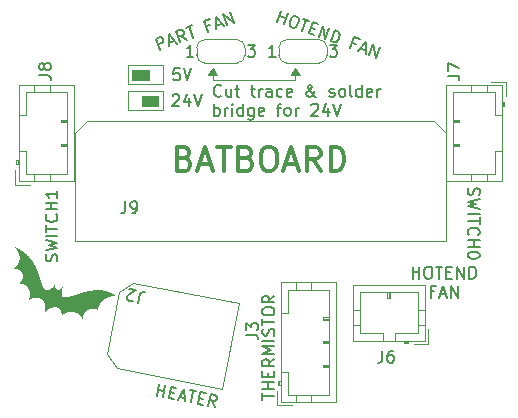
<source format=gto>
%TF.GenerationSoftware,KiCad,Pcbnew,(6.0.1)*%
%TF.CreationDate,2022-01-25T15:54:23+01:00*%
%TF.ProjectId,v0_miniAB_batboard,76305f6d-696e-4694-9142-5f626174626f,rev?*%
%TF.SameCoordinates,Original*%
%TF.FileFunction,Legend,Top*%
%TF.FilePolarity,Positive*%
%FSLAX46Y46*%
G04 Gerber Fmt 4.6, Leading zero omitted, Abs format (unit mm)*
G04 Created by KiCad (PCBNEW (6.0.1)) date 2022-01-25 15:54:23*
%MOMM*%
%LPD*%
G01*
G04 APERTURE LIST*
%ADD10C,0.120000*%
%ADD11C,0.100000*%
%ADD12C,0.150000*%
%ADD13C,0.300000*%
G04 APERTURE END LIST*
D10*
X95800000Y-88000000D02*
X95800000Y-88400000D01*
X91600000Y-87200000D02*
X88600000Y-87200000D01*
D11*
X91200000Y-90600000D02*
X89800000Y-90600000D01*
X89800000Y-90600000D02*
X89800000Y-89800000D01*
X89800000Y-89800000D02*
X91200000Y-89800000D01*
X91200000Y-89800000D02*
X91200000Y-90600000D01*
G36*
X91200000Y-90600000D02*
G01*
X89800000Y-90600000D01*
X89800000Y-89800000D01*
X91200000Y-89800000D01*
X91200000Y-90600000D01*
G37*
X91200000Y-90600000D02*
X89800000Y-90600000D01*
X89800000Y-89800000D01*
X91200000Y-89800000D01*
X91200000Y-90600000D01*
D10*
X91600000Y-89400000D02*
X88600000Y-89400000D01*
X88600000Y-91000000D02*
X91600000Y-91000000D01*
X88600000Y-89400000D02*
X88600000Y-91000000D01*
X91600000Y-91000000D02*
X91600000Y-89400000D01*
D11*
X96200000Y-88000000D02*
X95400000Y-88000000D01*
X95400000Y-88000000D02*
X95800000Y-87400000D01*
X95800000Y-87400000D02*
X96200000Y-88000000D01*
G36*
X96200000Y-88000000D02*
G01*
X95400000Y-88000000D01*
X95800000Y-87400000D01*
X96200000Y-88000000D01*
G37*
X96200000Y-88000000D02*
X95400000Y-88000000D01*
X95800000Y-87400000D01*
X96200000Y-88000000D01*
D10*
X102800000Y-88000000D02*
X102800000Y-88400000D01*
X88600000Y-88800000D02*
X91600000Y-88800000D01*
X91600000Y-88800000D02*
X91600000Y-87200000D01*
X88600000Y-87200000D02*
X88600000Y-88800000D01*
X102800000Y-88400000D02*
X95800000Y-88400000D01*
D11*
X90400000Y-88400000D02*
X89000000Y-88400000D01*
X89000000Y-88400000D02*
X89000000Y-87600000D01*
X89000000Y-87600000D02*
X90400000Y-87600000D01*
X90400000Y-87600000D02*
X90400000Y-88400000D01*
G36*
X90400000Y-88400000D02*
G01*
X89000000Y-88400000D01*
X89000000Y-87600000D01*
X90400000Y-87600000D01*
X90400000Y-88400000D01*
G37*
X90400000Y-88400000D02*
X89000000Y-88400000D01*
X89000000Y-87600000D01*
X90400000Y-87600000D01*
X90400000Y-88400000D01*
D10*
X95800000Y-88400000D02*
X95800000Y-88000000D01*
D11*
X103200000Y-88000000D02*
X102400000Y-88000000D01*
X102400000Y-88000000D02*
X102800000Y-87400000D01*
X102800000Y-87400000D02*
X103200000Y-88000000D01*
G36*
X103200000Y-88000000D02*
G01*
X102400000Y-88000000D01*
X102800000Y-87400000D01*
X103200000Y-88000000D01*
G37*
X103200000Y-88000000D02*
X102400000Y-88000000D01*
X102800000Y-87400000D01*
X103200000Y-88000000D01*
D12*
X92409523Y-89747619D02*
X92457142Y-89700000D01*
X92552380Y-89652380D01*
X92790476Y-89652380D01*
X92885714Y-89700000D01*
X92933333Y-89747619D01*
X92980952Y-89842857D01*
X92980952Y-89938095D01*
X92933333Y-90080952D01*
X92361904Y-90652380D01*
X92980952Y-90652380D01*
X93838095Y-89985714D02*
X93838095Y-90652380D01*
X93600000Y-89604761D02*
X93361904Y-90319047D01*
X93980952Y-90319047D01*
X94219047Y-89652380D02*
X94552380Y-90652380D01*
X94885714Y-89652380D01*
X112733333Y-105247380D02*
X112733333Y-104247380D01*
X112733333Y-104723571D02*
X113304761Y-104723571D01*
X113304761Y-105247380D02*
X113304761Y-104247380D01*
X113971428Y-104247380D02*
X114161904Y-104247380D01*
X114257142Y-104295000D01*
X114352380Y-104390238D01*
X114400000Y-104580714D01*
X114400000Y-104914047D01*
X114352380Y-105104523D01*
X114257142Y-105199761D01*
X114161904Y-105247380D01*
X113971428Y-105247380D01*
X113876190Y-105199761D01*
X113780952Y-105104523D01*
X113733333Y-104914047D01*
X113733333Y-104580714D01*
X113780952Y-104390238D01*
X113876190Y-104295000D01*
X113971428Y-104247380D01*
X114685714Y-104247380D02*
X115257142Y-104247380D01*
X114971428Y-105247380D02*
X114971428Y-104247380D01*
X115590476Y-104723571D02*
X115923809Y-104723571D01*
X116066666Y-105247380D02*
X115590476Y-105247380D01*
X115590476Y-104247380D01*
X116066666Y-104247380D01*
X116495238Y-105247380D02*
X116495238Y-104247380D01*
X117066666Y-105247380D01*
X117066666Y-104247380D01*
X117542857Y-105247380D02*
X117542857Y-104247380D01*
X117780952Y-104247380D01*
X117923809Y-104295000D01*
X118019047Y-104390238D01*
X118066666Y-104485476D01*
X118114285Y-104675952D01*
X118114285Y-104818809D01*
X118066666Y-105009285D01*
X118019047Y-105104523D01*
X117923809Y-105199761D01*
X117780952Y-105247380D01*
X117542857Y-105247380D01*
X114590476Y-106333571D02*
X114257142Y-106333571D01*
X114257142Y-106857380D02*
X114257142Y-105857380D01*
X114733333Y-105857380D01*
X115066666Y-106571666D02*
X115542857Y-106571666D01*
X114971428Y-106857380D02*
X115304761Y-105857380D01*
X115638095Y-106857380D01*
X115971428Y-106857380D02*
X115971428Y-105857380D01*
X116542857Y-106857380D01*
X116542857Y-105857380D01*
X91059613Y-115167046D02*
X91250422Y-114185419D01*
X91159561Y-114652861D02*
X91720491Y-114761894D01*
X91620543Y-115276080D02*
X91811352Y-114294453D01*
X92187932Y-114852756D02*
X92515141Y-114916359D01*
X92555426Y-115457803D02*
X92087985Y-115366942D01*
X92278794Y-114385314D01*
X92746235Y-114476176D01*
X92983896Y-115250027D02*
X93451338Y-115340889D01*
X92835891Y-115512320D02*
X93353909Y-114594296D01*
X93490309Y-115639526D01*
X93868095Y-114694243D02*
X94429024Y-114803277D01*
X93957751Y-115730387D02*
X94148560Y-114748760D01*
X94665372Y-115334321D02*
X94992581Y-115397924D01*
X95032866Y-115939369D02*
X94565425Y-115848507D01*
X94756234Y-114866880D01*
X95223675Y-114957741D01*
X96014493Y-116130178D02*
X95778146Y-115599133D01*
X95453563Y-116021144D02*
X95644372Y-115039517D01*
X96018326Y-115112206D01*
X96102728Y-115177122D01*
X96140386Y-115232953D01*
X96168958Y-115335527D01*
X96141699Y-115475759D01*
X96076783Y-115560162D01*
X96020953Y-115597820D01*
X95918378Y-115626391D01*
X95544425Y-115553702D01*
X100022380Y-115502380D02*
X100022380Y-114930952D01*
X101022380Y-115216666D02*
X100022380Y-115216666D01*
X101022380Y-114597619D02*
X100022380Y-114597619D01*
X100498571Y-114597619D02*
X100498571Y-114026190D01*
X101022380Y-114026190D02*
X100022380Y-114026190D01*
X100498571Y-113550000D02*
X100498571Y-113216666D01*
X101022380Y-113073809D02*
X101022380Y-113550000D01*
X100022380Y-113550000D01*
X100022380Y-113073809D01*
X101022380Y-112073809D02*
X100546190Y-112407142D01*
X101022380Y-112645238D02*
X100022380Y-112645238D01*
X100022380Y-112264285D01*
X100070000Y-112169047D01*
X100117619Y-112121428D01*
X100212857Y-112073809D01*
X100355714Y-112073809D01*
X100450952Y-112121428D01*
X100498571Y-112169047D01*
X100546190Y-112264285D01*
X100546190Y-112645238D01*
X101022380Y-111645238D02*
X100022380Y-111645238D01*
X100736666Y-111311904D01*
X100022380Y-110978571D01*
X101022380Y-110978571D01*
X101022380Y-110502380D02*
X100022380Y-110502380D01*
X100974761Y-110073809D02*
X101022380Y-109930952D01*
X101022380Y-109692857D01*
X100974761Y-109597619D01*
X100927142Y-109550000D01*
X100831904Y-109502380D01*
X100736666Y-109502380D01*
X100641428Y-109550000D01*
X100593809Y-109597619D01*
X100546190Y-109692857D01*
X100498571Y-109883333D01*
X100450952Y-109978571D01*
X100403333Y-110026190D01*
X100308095Y-110073809D01*
X100212857Y-110073809D01*
X100117619Y-110026190D01*
X100070000Y-109978571D01*
X100022380Y-109883333D01*
X100022380Y-109645238D01*
X100070000Y-109502380D01*
X100022380Y-109216666D02*
X100022380Y-108645238D01*
X101022380Y-108930952D02*
X100022380Y-108930952D01*
X100022380Y-108121428D02*
X100022380Y-107930952D01*
X100070000Y-107835714D01*
X100165238Y-107740476D01*
X100355714Y-107692857D01*
X100689047Y-107692857D01*
X100879523Y-107740476D01*
X100974761Y-107835714D01*
X101022380Y-107930952D01*
X101022380Y-108121428D01*
X100974761Y-108216666D01*
X100879523Y-108311904D01*
X100689047Y-108359523D01*
X100355714Y-108359523D01*
X100165238Y-108311904D01*
X100070000Y-108216666D01*
X100022380Y-108121428D01*
X101022380Y-106692857D02*
X100546190Y-107026190D01*
X101022380Y-107264285D02*
X100022380Y-107264285D01*
X100022380Y-106883333D01*
X100070000Y-106788095D01*
X100117619Y-106740476D01*
X100212857Y-106692857D01*
X100355714Y-106692857D01*
X100450952Y-106740476D01*
X100498571Y-106788095D01*
X100546190Y-106883333D01*
X100546190Y-107264285D01*
X101283780Y-83510438D02*
X101625800Y-82570745D01*
X101462934Y-83018218D02*
X101999901Y-83213658D01*
X101820747Y-83705878D02*
X102162768Y-82766185D01*
X102789229Y-82994199D02*
X102968218Y-83059345D01*
X103041426Y-83136666D01*
X103098347Y-83258734D01*
X103077948Y-83454010D01*
X102963941Y-83767241D01*
X102854047Y-83929943D01*
X102731979Y-83986864D01*
X102626198Y-83999038D01*
X102447209Y-83933891D01*
X102374001Y-83856571D01*
X102317080Y-83734503D01*
X102337480Y-83539227D01*
X102451486Y-83225996D01*
X102561380Y-83063294D01*
X102683448Y-83006373D01*
X102789229Y-82994199D01*
X103460438Y-83238499D02*
X103997406Y-83433939D01*
X103386902Y-84275912D02*
X103728922Y-83336219D01*
X104147770Y-83995418D02*
X104461001Y-84109425D01*
X104416089Y-84650505D02*
X103968616Y-84487638D01*
X104310636Y-83547946D01*
X104758109Y-83710812D01*
X104818814Y-84797085D02*
X105160834Y-83857392D01*
X105355782Y-84992525D01*
X105697802Y-84052833D01*
X105803254Y-85155392D02*
X106145274Y-84215699D01*
X106369011Y-84297133D01*
X106486966Y-84390740D01*
X106543887Y-84512808D01*
X106556061Y-84618589D01*
X106535662Y-84813865D01*
X106486802Y-84948107D01*
X106376908Y-85110809D01*
X106299587Y-85184017D01*
X106177519Y-85240938D01*
X106026991Y-85236825D01*
X105803254Y-85155392D01*
X107951287Y-85379786D02*
X107638057Y-85265779D01*
X107458903Y-85757999D02*
X107800923Y-84818306D01*
X108248396Y-84981173D01*
X108317327Y-85766389D02*
X108764799Y-85929255D01*
X108130112Y-86002299D02*
X108785363Y-85176613D01*
X108756574Y-86230312D01*
X109069805Y-86344319D02*
X109411825Y-85404626D01*
X109606772Y-86539759D01*
X109948792Y-85600067D01*
X96507023Y-89752142D02*
X96459404Y-89799761D01*
X96316547Y-89847380D01*
X96221309Y-89847380D01*
X96078452Y-89799761D01*
X95983214Y-89704523D01*
X95935595Y-89609285D01*
X95887976Y-89418809D01*
X95887976Y-89275952D01*
X95935595Y-89085476D01*
X95983214Y-88990238D01*
X96078452Y-88895000D01*
X96221309Y-88847380D01*
X96316547Y-88847380D01*
X96459404Y-88895000D01*
X96507023Y-88942619D01*
X97364166Y-89180714D02*
X97364166Y-89847380D01*
X96935595Y-89180714D02*
X96935595Y-89704523D01*
X96983214Y-89799761D01*
X97078452Y-89847380D01*
X97221309Y-89847380D01*
X97316547Y-89799761D01*
X97364166Y-89752142D01*
X97697500Y-89180714D02*
X98078452Y-89180714D01*
X97840357Y-88847380D02*
X97840357Y-89704523D01*
X97887976Y-89799761D01*
X97983214Y-89847380D01*
X98078452Y-89847380D01*
X99030833Y-89180714D02*
X99411785Y-89180714D01*
X99173690Y-88847380D02*
X99173690Y-89704523D01*
X99221309Y-89799761D01*
X99316547Y-89847380D01*
X99411785Y-89847380D01*
X99745119Y-89847380D02*
X99745119Y-89180714D01*
X99745119Y-89371190D02*
X99792738Y-89275952D01*
X99840357Y-89228333D01*
X99935595Y-89180714D01*
X100030833Y-89180714D01*
X100792738Y-89847380D02*
X100792738Y-89323571D01*
X100745119Y-89228333D01*
X100649880Y-89180714D01*
X100459404Y-89180714D01*
X100364166Y-89228333D01*
X100792738Y-89799761D02*
X100697500Y-89847380D01*
X100459404Y-89847380D01*
X100364166Y-89799761D01*
X100316547Y-89704523D01*
X100316547Y-89609285D01*
X100364166Y-89514047D01*
X100459404Y-89466428D01*
X100697500Y-89466428D01*
X100792738Y-89418809D01*
X101697500Y-89799761D02*
X101602261Y-89847380D01*
X101411785Y-89847380D01*
X101316547Y-89799761D01*
X101268928Y-89752142D01*
X101221309Y-89656904D01*
X101221309Y-89371190D01*
X101268928Y-89275952D01*
X101316547Y-89228333D01*
X101411785Y-89180714D01*
X101602261Y-89180714D01*
X101697500Y-89228333D01*
X102507023Y-89799761D02*
X102411785Y-89847380D01*
X102221309Y-89847380D01*
X102126071Y-89799761D01*
X102078452Y-89704523D01*
X102078452Y-89323571D01*
X102126071Y-89228333D01*
X102221309Y-89180714D01*
X102411785Y-89180714D01*
X102507023Y-89228333D01*
X102554642Y-89323571D01*
X102554642Y-89418809D01*
X102078452Y-89514047D01*
X104554642Y-89847380D02*
X104507023Y-89847380D01*
X104411785Y-89799761D01*
X104268928Y-89656904D01*
X104030833Y-89371190D01*
X103935595Y-89228333D01*
X103887976Y-89085476D01*
X103887976Y-88990238D01*
X103935595Y-88895000D01*
X104030833Y-88847380D01*
X104078452Y-88847380D01*
X104173690Y-88895000D01*
X104221309Y-88990238D01*
X104221309Y-89037857D01*
X104173690Y-89133095D01*
X104126071Y-89180714D01*
X103840357Y-89371190D01*
X103792738Y-89418809D01*
X103745119Y-89514047D01*
X103745119Y-89656904D01*
X103792738Y-89752142D01*
X103840357Y-89799761D01*
X103935595Y-89847380D01*
X104078452Y-89847380D01*
X104173690Y-89799761D01*
X104221309Y-89752142D01*
X104364166Y-89561666D01*
X104411785Y-89418809D01*
X104411785Y-89323571D01*
X105697500Y-89799761D02*
X105792738Y-89847380D01*
X105983214Y-89847380D01*
X106078452Y-89799761D01*
X106126071Y-89704523D01*
X106126071Y-89656904D01*
X106078452Y-89561666D01*
X105983214Y-89514047D01*
X105840357Y-89514047D01*
X105745119Y-89466428D01*
X105697500Y-89371190D01*
X105697500Y-89323571D01*
X105745119Y-89228333D01*
X105840357Y-89180714D01*
X105983214Y-89180714D01*
X106078452Y-89228333D01*
X106697500Y-89847380D02*
X106602261Y-89799761D01*
X106554642Y-89752142D01*
X106507023Y-89656904D01*
X106507023Y-89371190D01*
X106554642Y-89275952D01*
X106602261Y-89228333D01*
X106697500Y-89180714D01*
X106840357Y-89180714D01*
X106935595Y-89228333D01*
X106983214Y-89275952D01*
X107030833Y-89371190D01*
X107030833Y-89656904D01*
X106983214Y-89752142D01*
X106935595Y-89799761D01*
X106840357Y-89847380D01*
X106697500Y-89847380D01*
X107602261Y-89847380D02*
X107507023Y-89799761D01*
X107459404Y-89704523D01*
X107459404Y-88847380D01*
X108411785Y-89847380D02*
X108411785Y-88847380D01*
X108411785Y-89799761D02*
X108316547Y-89847380D01*
X108126071Y-89847380D01*
X108030833Y-89799761D01*
X107983214Y-89752142D01*
X107935595Y-89656904D01*
X107935595Y-89371190D01*
X107983214Y-89275952D01*
X108030833Y-89228333D01*
X108126071Y-89180714D01*
X108316547Y-89180714D01*
X108411785Y-89228333D01*
X109268928Y-89799761D02*
X109173690Y-89847380D01*
X108983214Y-89847380D01*
X108887976Y-89799761D01*
X108840357Y-89704523D01*
X108840357Y-89323571D01*
X108887976Y-89228333D01*
X108983214Y-89180714D01*
X109173690Y-89180714D01*
X109268928Y-89228333D01*
X109316547Y-89323571D01*
X109316547Y-89418809D01*
X108840357Y-89514047D01*
X109745119Y-89847380D02*
X109745119Y-89180714D01*
X109745119Y-89371190D02*
X109792738Y-89275952D01*
X109840357Y-89228333D01*
X109935595Y-89180714D01*
X110030833Y-89180714D01*
X95935595Y-91457380D02*
X95935595Y-90457380D01*
X95935595Y-90838333D02*
X96030833Y-90790714D01*
X96221309Y-90790714D01*
X96316547Y-90838333D01*
X96364166Y-90885952D01*
X96411785Y-90981190D01*
X96411785Y-91266904D01*
X96364166Y-91362142D01*
X96316547Y-91409761D01*
X96221309Y-91457380D01*
X96030833Y-91457380D01*
X95935595Y-91409761D01*
X96840357Y-91457380D02*
X96840357Y-90790714D01*
X96840357Y-90981190D02*
X96887976Y-90885952D01*
X96935595Y-90838333D01*
X97030833Y-90790714D01*
X97126071Y-90790714D01*
X97459404Y-91457380D02*
X97459404Y-90790714D01*
X97459404Y-90457380D02*
X97411785Y-90505000D01*
X97459404Y-90552619D01*
X97507023Y-90505000D01*
X97459404Y-90457380D01*
X97459404Y-90552619D01*
X98364166Y-91457380D02*
X98364166Y-90457380D01*
X98364166Y-91409761D02*
X98268928Y-91457380D01*
X98078452Y-91457380D01*
X97983214Y-91409761D01*
X97935595Y-91362142D01*
X97887976Y-91266904D01*
X97887976Y-90981190D01*
X97935595Y-90885952D01*
X97983214Y-90838333D01*
X98078452Y-90790714D01*
X98268928Y-90790714D01*
X98364166Y-90838333D01*
X99268928Y-90790714D02*
X99268928Y-91600238D01*
X99221309Y-91695476D01*
X99173690Y-91743095D01*
X99078452Y-91790714D01*
X98935595Y-91790714D01*
X98840357Y-91743095D01*
X99268928Y-91409761D02*
X99173690Y-91457380D01*
X98983214Y-91457380D01*
X98887976Y-91409761D01*
X98840357Y-91362142D01*
X98792738Y-91266904D01*
X98792738Y-90981190D01*
X98840357Y-90885952D01*
X98887976Y-90838333D01*
X98983214Y-90790714D01*
X99173690Y-90790714D01*
X99268928Y-90838333D01*
X100126071Y-91409761D02*
X100030833Y-91457380D01*
X99840357Y-91457380D01*
X99745119Y-91409761D01*
X99697500Y-91314523D01*
X99697500Y-90933571D01*
X99745119Y-90838333D01*
X99840357Y-90790714D01*
X100030833Y-90790714D01*
X100126071Y-90838333D01*
X100173690Y-90933571D01*
X100173690Y-91028809D01*
X99697500Y-91124047D01*
X101221309Y-90790714D02*
X101602261Y-90790714D01*
X101364166Y-91457380D02*
X101364166Y-90600238D01*
X101411785Y-90505000D01*
X101507023Y-90457380D01*
X101602261Y-90457380D01*
X102078452Y-91457380D02*
X101983214Y-91409761D01*
X101935595Y-91362142D01*
X101887976Y-91266904D01*
X101887976Y-90981190D01*
X101935595Y-90885952D01*
X101983214Y-90838333D01*
X102078452Y-90790714D01*
X102221309Y-90790714D01*
X102316547Y-90838333D01*
X102364166Y-90885952D01*
X102411785Y-90981190D01*
X102411785Y-91266904D01*
X102364166Y-91362142D01*
X102316547Y-91409761D01*
X102221309Y-91457380D01*
X102078452Y-91457380D01*
X102840357Y-91457380D02*
X102840357Y-90790714D01*
X102840357Y-90981190D02*
X102887976Y-90885952D01*
X102935595Y-90838333D01*
X103030833Y-90790714D01*
X103126071Y-90790714D01*
X104173690Y-90552619D02*
X104221309Y-90505000D01*
X104316547Y-90457380D01*
X104554642Y-90457380D01*
X104649880Y-90505000D01*
X104697500Y-90552619D01*
X104745119Y-90647857D01*
X104745119Y-90743095D01*
X104697500Y-90885952D01*
X104126071Y-91457380D01*
X104745119Y-91457380D01*
X105602261Y-90790714D02*
X105602261Y-91457380D01*
X105364166Y-90409761D02*
X105126071Y-91124047D01*
X105745119Y-91124047D01*
X105983214Y-90457380D02*
X106316547Y-91457380D01*
X106649880Y-90457380D01*
D13*
X93419047Y-95057142D02*
X93704761Y-95152380D01*
X93800000Y-95247619D01*
X93895238Y-95438095D01*
X93895238Y-95723809D01*
X93800000Y-95914285D01*
X93704761Y-96009523D01*
X93514285Y-96104761D01*
X92752380Y-96104761D01*
X92752380Y-94104761D01*
X93419047Y-94104761D01*
X93609523Y-94200000D01*
X93704761Y-94295238D01*
X93800000Y-94485714D01*
X93800000Y-94676190D01*
X93704761Y-94866666D01*
X93609523Y-94961904D01*
X93419047Y-95057142D01*
X92752380Y-95057142D01*
X94657142Y-95533333D02*
X95609523Y-95533333D01*
X94466666Y-96104761D02*
X95133333Y-94104761D01*
X95800000Y-96104761D01*
X96180952Y-94104761D02*
X97323809Y-94104761D01*
X96752380Y-96104761D02*
X96752380Y-94104761D01*
X98657142Y-95057142D02*
X98942857Y-95152380D01*
X99038095Y-95247619D01*
X99133333Y-95438095D01*
X99133333Y-95723809D01*
X99038095Y-95914285D01*
X98942857Y-96009523D01*
X98752380Y-96104761D01*
X97990476Y-96104761D01*
X97990476Y-94104761D01*
X98657142Y-94104761D01*
X98847619Y-94200000D01*
X98942857Y-94295238D01*
X99038095Y-94485714D01*
X99038095Y-94676190D01*
X98942857Y-94866666D01*
X98847619Y-94961904D01*
X98657142Y-95057142D01*
X97990476Y-95057142D01*
X100371428Y-94104761D02*
X100752380Y-94104761D01*
X100942857Y-94200000D01*
X101133333Y-94390476D01*
X101228571Y-94771428D01*
X101228571Y-95438095D01*
X101133333Y-95819047D01*
X100942857Y-96009523D01*
X100752380Y-96104761D01*
X100371428Y-96104761D01*
X100180952Y-96009523D01*
X99990476Y-95819047D01*
X99895238Y-95438095D01*
X99895238Y-94771428D01*
X99990476Y-94390476D01*
X100180952Y-94200000D01*
X100371428Y-94104761D01*
X101990476Y-95533333D02*
X102942857Y-95533333D01*
X101800000Y-96104761D02*
X102466666Y-94104761D01*
X103133333Y-96104761D01*
X104942857Y-96104761D02*
X104276190Y-95152380D01*
X103800000Y-96104761D02*
X103800000Y-94104761D01*
X104561904Y-94104761D01*
X104752380Y-94200000D01*
X104847619Y-94295238D01*
X104942857Y-94485714D01*
X104942857Y-94771428D01*
X104847619Y-94961904D01*
X104752380Y-95057142D01*
X104561904Y-95152380D01*
X103800000Y-95152380D01*
X105800000Y-96104761D02*
X105800000Y-94104761D01*
X106276190Y-94104761D01*
X106561904Y-94200000D01*
X106752380Y-94390476D01*
X106847619Y-94580952D01*
X106942857Y-94961904D01*
X106942857Y-95247619D01*
X106847619Y-95628571D01*
X106752380Y-95819047D01*
X106561904Y-96009523D01*
X106276190Y-96104761D01*
X105800000Y-96104761D01*
D12*
X93009523Y-87452380D02*
X92533333Y-87452380D01*
X92485714Y-87928571D01*
X92533333Y-87880952D01*
X92628571Y-87833333D01*
X92866666Y-87833333D01*
X92961904Y-87880952D01*
X93009523Y-87928571D01*
X93057142Y-88023809D01*
X93057142Y-88261904D01*
X93009523Y-88357142D01*
X92961904Y-88404761D01*
X92866666Y-88452380D01*
X92628571Y-88452380D01*
X92533333Y-88404761D01*
X92485714Y-88357142D01*
X93342857Y-87452380D02*
X93676190Y-88452380D01*
X94009523Y-87452380D01*
X91322414Y-85865166D02*
X90980394Y-84925473D01*
X91338372Y-84795180D01*
X91444153Y-84807354D01*
X91505187Y-84835814D01*
X91582508Y-84909022D01*
X91631368Y-85043264D01*
X91619194Y-85149045D01*
X91590733Y-85210079D01*
X91517526Y-85287400D01*
X91159547Y-85417693D01*
X92119639Y-85270949D02*
X92567112Y-85108082D01*
X92127865Y-85572006D02*
X92099076Y-84518306D01*
X92754327Y-85343992D01*
X93604525Y-85034545D02*
X93128427Y-84701079D01*
X93067558Y-85229985D02*
X92725537Y-84290293D01*
X93083516Y-84159999D01*
X93189297Y-84172173D01*
X93250331Y-84200634D01*
X93327651Y-84273842D01*
X93376511Y-84408084D01*
X93364337Y-84513865D01*
X93335877Y-84574899D01*
X93262669Y-84652219D01*
X92904691Y-84782513D01*
X93530988Y-83997133D02*
X94067955Y-83801693D01*
X94141492Y-84839105D02*
X93799472Y-83899413D01*
X95573240Y-83760565D02*
X95260009Y-83874572D01*
X95439163Y-84366792D02*
X95097143Y-83427099D01*
X95544615Y-83264232D01*
X96102146Y-83821435D02*
X96549619Y-83658568D01*
X96110372Y-84122492D02*
X96081583Y-83068792D01*
X96736834Y-83894478D01*
X97050064Y-83780471D02*
X96708044Y-82840779D01*
X97587032Y-83585031D01*
X97245011Y-82645339D01*
X82614761Y-103766190D02*
X82662380Y-103623333D01*
X82662380Y-103385238D01*
X82614761Y-103290000D01*
X82567142Y-103242380D01*
X82471904Y-103194761D01*
X82376666Y-103194761D01*
X82281428Y-103242380D01*
X82233809Y-103290000D01*
X82186190Y-103385238D01*
X82138571Y-103575714D01*
X82090952Y-103670952D01*
X82043333Y-103718571D01*
X81948095Y-103766190D01*
X81852857Y-103766190D01*
X81757619Y-103718571D01*
X81710000Y-103670952D01*
X81662380Y-103575714D01*
X81662380Y-103337619D01*
X81710000Y-103194761D01*
X81662380Y-102861428D02*
X82662380Y-102623333D01*
X81948095Y-102432857D01*
X82662380Y-102242380D01*
X81662380Y-102004285D01*
X82662380Y-101623333D02*
X81662380Y-101623333D01*
X81662380Y-101290000D02*
X81662380Y-100718571D01*
X82662380Y-101004285D02*
X81662380Y-101004285D01*
X82567142Y-99813809D02*
X82614761Y-99861428D01*
X82662380Y-100004285D01*
X82662380Y-100099523D01*
X82614761Y-100242380D01*
X82519523Y-100337619D01*
X82424285Y-100385238D01*
X82233809Y-100432857D01*
X82090952Y-100432857D01*
X81900476Y-100385238D01*
X81805238Y-100337619D01*
X81710000Y-100242380D01*
X81662380Y-100099523D01*
X81662380Y-100004285D01*
X81710000Y-99861428D01*
X81757619Y-99813809D01*
X82662380Y-99385238D02*
X81662380Y-99385238D01*
X82138571Y-99385238D02*
X82138571Y-98813809D01*
X82662380Y-98813809D02*
X81662380Y-98813809D01*
X82662380Y-97813809D02*
X82662380Y-98385238D01*
X82662380Y-98099523D02*
X81662380Y-98099523D01*
X81805238Y-98194761D01*
X81900476Y-98290000D01*
X81948095Y-98385238D01*
X117455238Y-97593809D02*
X117407619Y-97736666D01*
X117407619Y-97974761D01*
X117455238Y-98070000D01*
X117502857Y-98117619D01*
X117598095Y-98165238D01*
X117693333Y-98165238D01*
X117788571Y-98117619D01*
X117836190Y-98070000D01*
X117883809Y-97974761D01*
X117931428Y-97784285D01*
X117979047Y-97689047D01*
X118026666Y-97641428D01*
X118121904Y-97593809D01*
X118217142Y-97593809D01*
X118312380Y-97641428D01*
X118360000Y-97689047D01*
X118407619Y-97784285D01*
X118407619Y-98022380D01*
X118360000Y-98165238D01*
X118407619Y-98498571D02*
X117407619Y-98736666D01*
X118121904Y-98927142D01*
X117407619Y-99117619D01*
X118407619Y-99355714D01*
X117407619Y-99736666D02*
X118407619Y-99736666D01*
X118407619Y-100070000D02*
X118407619Y-100641428D01*
X117407619Y-100355714D02*
X118407619Y-100355714D01*
X117502857Y-101546190D02*
X117455238Y-101498571D01*
X117407619Y-101355714D01*
X117407619Y-101260476D01*
X117455238Y-101117619D01*
X117550476Y-101022380D01*
X117645714Y-100974761D01*
X117836190Y-100927142D01*
X117979047Y-100927142D01*
X118169523Y-100974761D01*
X118264761Y-101022380D01*
X118360000Y-101117619D01*
X118407619Y-101260476D01*
X118407619Y-101355714D01*
X118360000Y-101498571D01*
X118312380Y-101546190D01*
X117407619Y-101974761D02*
X118407619Y-101974761D01*
X117931428Y-101974761D02*
X117931428Y-102546190D01*
X117407619Y-102546190D02*
X118407619Y-102546190D01*
X118407619Y-103212857D02*
X118407619Y-103308095D01*
X118360000Y-103403333D01*
X118312380Y-103450952D01*
X118217142Y-103498571D01*
X118026666Y-103546190D01*
X117788571Y-103546190D01*
X117598095Y-103498571D01*
X117502857Y-103450952D01*
X117455238Y-103403333D01*
X117407619Y-103308095D01*
X117407619Y-103212857D01*
X117455238Y-103117619D01*
X117502857Y-103070000D01*
X117598095Y-103022380D01*
X117788571Y-102974761D01*
X118026666Y-102974761D01*
X118217142Y-103022380D01*
X118312380Y-103070000D01*
X118360000Y-103117619D01*
X118407619Y-103212857D01*
%TO.C,J2*%
X89492381Y-107278545D02*
X89628673Y-106577383D01*
X89702676Y-106446237D01*
X89814336Y-106370921D01*
X89963655Y-106351435D01*
X90057143Y-106369607D01*
X89089856Y-107103282D02*
X89034026Y-107140940D01*
X88931451Y-107169512D01*
X88697730Y-107124081D01*
X88613328Y-107059164D01*
X88575670Y-107003334D01*
X88547098Y-106900760D01*
X88565271Y-106807271D01*
X88639273Y-106676125D01*
X89309237Y-106224229D01*
X88701563Y-106106109D01*
%TO.C,J3*%
X98642380Y-110003333D02*
X99356666Y-110003333D01*
X99499523Y-110050952D01*
X99594761Y-110146190D01*
X99642380Y-110289047D01*
X99642380Y-110384285D01*
X98642380Y-109622380D02*
X98642380Y-109003333D01*
X99023333Y-109336666D01*
X99023333Y-109193809D01*
X99070952Y-109098571D01*
X99118571Y-109050952D01*
X99213809Y-109003333D01*
X99451904Y-109003333D01*
X99547142Y-109050952D01*
X99594761Y-109098571D01*
X99642380Y-109193809D01*
X99642380Y-109479523D01*
X99594761Y-109574761D01*
X99547142Y-109622380D01*
%TO.C,J6*%
X110166666Y-111352380D02*
X110166666Y-112066666D01*
X110119047Y-112209523D01*
X110023809Y-112304761D01*
X109880952Y-112352380D01*
X109785714Y-112352380D01*
X111071428Y-111352380D02*
X110880952Y-111352380D01*
X110785714Y-111400000D01*
X110738095Y-111447619D01*
X110642857Y-111590476D01*
X110595238Y-111780952D01*
X110595238Y-112161904D01*
X110642857Y-112257142D01*
X110690476Y-112304761D01*
X110785714Y-112352380D01*
X110976190Y-112352380D01*
X111071428Y-112304761D01*
X111119047Y-112257142D01*
X111166666Y-112161904D01*
X111166666Y-111923809D01*
X111119047Y-111828571D01*
X111071428Y-111780952D01*
X110976190Y-111733333D01*
X110785714Y-111733333D01*
X110690476Y-111780952D01*
X110642857Y-111828571D01*
X110595238Y-111923809D01*
%TO.C,J7*%
X115702380Y-88058333D02*
X116416666Y-88058333D01*
X116559523Y-88105952D01*
X116654761Y-88201190D01*
X116702380Y-88344047D01*
X116702380Y-88439285D01*
X115702380Y-87677380D02*
X115702380Y-87010714D01*
X116702380Y-87439285D01*
%TO.C,J8*%
X81102380Y-88018333D02*
X81816666Y-88018333D01*
X81959523Y-88065952D01*
X82054761Y-88161190D01*
X82102380Y-88304047D01*
X82102380Y-88399285D01*
X81530952Y-87399285D02*
X81483333Y-87494523D01*
X81435714Y-87542142D01*
X81340476Y-87589761D01*
X81292857Y-87589761D01*
X81197619Y-87542142D01*
X81150000Y-87494523D01*
X81102380Y-87399285D01*
X81102380Y-87208809D01*
X81150000Y-87113571D01*
X81197619Y-87065952D01*
X81292857Y-87018333D01*
X81340476Y-87018333D01*
X81435714Y-87065952D01*
X81483333Y-87113571D01*
X81530952Y-87208809D01*
X81530952Y-87399285D01*
X81578571Y-87494523D01*
X81626190Y-87542142D01*
X81721428Y-87589761D01*
X81911904Y-87589761D01*
X82007142Y-87542142D01*
X82054761Y-87494523D01*
X82102380Y-87399285D01*
X82102380Y-87208809D01*
X82054761Y-87113571D01*
X82007142Y-87065952D01*
X81911904Y-87018333D01*
X81721428Y-87018333D01*
X81626190Y-87065952D01*
X81578571Y-87113571D01*
X81530952Y-87208809D01*
%TO.C,J9*%
X88416666Y-98702380D02*
X88416666Y-99416666D01*
X88369047Y-99559523D01*
X88273809Y-99654761D01*
X88130952Y-99702380D01*
X88035714Y-99702380D01*
X88940476Y-99702380D02*
X89130952Y-99702380D01*
X89226190Y-99654761D01*
X89273809Y-99607142D01*
X89369047Y-99464285D01*
X89416666Y-99273809D01*
X89416666Y-98892857D01*
X89369047Y-98797619D01*
X89321428Y-98750000D01*
X89226190Y-98702380D01*
X89035714Y-98702380D01*
X88940476Y-98750000D01*
X88892857Y-98797619D01*
X88845238Y-98892857D01*
X88845238Y-99130952D01*
X88892857Y-99226190D01*
X88940476Y-99273809D01*
X89035714Y-99321428D01*
X89226190Y-99321428D01*
X89321428Y-99273809D01*
X89369047Y-99226190D01*
X89416666Y-99130952D01*
%TO.C,J10*%
X98766666Y-85452380D02*
X99385714Y-85452380D01*
X99052380Y-85833333D01*
X99195238Y-85833333D01*
X99290476Y-85880952D01*
X99338095Y-85928571D01*
X99385714Y-86023809D01*
X99385714Y-86261904D01*
X99338095Y-86357142D01*
X99290476Y-86404761D01*
X99195238Y-86452380D01*
X98909523Y-86452380D01*
X98814285Y-86404761D01*
X98766666Y-86357142D01*
X94185714Y-86452380D02*
X93614285Y-86452380D01*
X93900000Y-86452380D02*
X93900000Y-85452380D01*
X93804761Y-85595238D01*
X93709523Y-85690476D01*
X93614285Y-85738095D01*
%TO.C,J11*%
X101135714Y-86452380D02*
X100564285Y-86452380D01*
X100850000Y-86452380D02*
X100850000Y-85452380D01*
X100754761Y-85595238D01*
X100659523Y-85690476D01*
X100564285Y-85738095D01*
X105716666Y-85452380D02*
X106335714Y-85452380D01*
X106002380Y-85833333D01*
X106145238Y-85833333D01*
X106240476Y-85880952D01*
X106288095Y-85928571D01*
X106335714Y-86023809D01*
X106335714Y-86261904D01*
X106288095Y-86357142D01*
X106240476Y-86404761D01*
X106145238Y-86452380D01*
X105859523Y-86452380D01*
X105764285Y-86404761D01*
X105716666Y-86357142D01*
D10*
%TO.C,J2*%
X98042921Y-107322594D02*
X96636659Y-114557186D01*
X87674403Y-112815100D02*
X86883584Y-111642664D01*
X86883584Y-111642664D02*
X87908229Y-106371326D01*
X96636659Y-114557186D02*
X87674403Y-112815100D01*
X87908229Y-106371326D02*
X89080665Y-105580508D01*
X89080665Y-105580508D02*
X98042921Y-107322594D01*
%TO.C,J3*%
X101560000Y-113930000D02*
X101360000Y-113930000D01*
X105170000Y-110530000D02*
X105670000Y-110530000D01*
X105670000Y-108630000D02*
X105170000Y-108630000D01*
X106280000Y-115690000D02*
X106280000Y-105570000D01*
X102170000Y-113130000D02*
X102170000Y-115080000D01*
X105170000Y-112530000D02*
X105670000Y-112530000D01*
X102170000Y-106180000D02*
X102170000Y-108130000D01*
X101560000Y-113130000D02*
X102170000Y-113130000D01*
X105670000Y-108730000D02*
X105170000Y-108730000D01*
X105170000Y-108530000D02*
X105670000Y-108530000D01*
X104170000Y-105570000D02*
X104170000Y-106180000D01*
X104170000Y-115690000D02*
X104170000Y-115080000D01*
X105170000Y-108730000D02*
X105170000Y-108530000D01*
X105170000Y-110730000D02*
X105170000Y-110530000D01*
X102170000Y-108130000D02*
X101560000Y-108130000D01*
X101460000Y-113930000D02*
X101460000Y-114230000D01*
X105670000Y-112730000D02*
X105170000Y-112730000D01*
X101360000Y-114230000D02*
X101560000Y-114230000D01*
X106280000Y-105570000D02*
X101560000Y-105570000D01*
X105670000Y-112630000D02*
X105170000Y-112630000D01*
X101560000Y-105570000D02*
X101560000Y-115690000D01*
X101260000Y-114740000D02*
X101260000Y-115990000D01*
X102870000Y-115690000D02*
X102870000Y-115080000D01*
X102870000Y-105570000D02*
X102870000Y-106180000D01*
X101260000Y-115990000D02*
X102510000Y-115990000D01*
X105670000Y-115080000D02*
X105670000Y-106180000D01*
X101560000Y-115690000D02*
X106280000Y-115690000D01*
X105170000Y-112730000D02*
X105170000Y-112530000D01*
X102170000Y-115080000D02*
X105670000Y-115080000D01*
X105670000Y-110630000D02*
X105170000Y-110630000D01*
X105670000Y-110730000D02*
X105170000Y-110730000D01*
X105670000Y-106180000D02*
X102170000Y-106180000D01*
X101360000Y-113930000D02*
X101360000Y-114230000D01*
%TO.C,J6*%
X114070000Y-110790000D02*
X114070000Y-109540000D01*
X108260000Y-109880000D02*
X110210000Y-109880000D01*
X113770000Y-105770000D02*
X107650000Y-105770000D01*
X113160000Y-109880000D02*
X113160000Y-106380000D01*
X111210000Y-110490000D02*
X111210000Y-109880000D01*
X113770000Y-107880000D02*
X113160000Y-107880000D01*
X111210000Y-109880000D02*
X113160000Y-109880000D01*
X112010000Y-110590000D02*
X112310000Y-110590000D01*
X107650000Y-110490000D02*
X113770000Y-110490000D01*
X107650000Y-109180000D02*
X108260000Y-109180000D01*
X110810000Y-106380000D02*
X110810000Y-106880000D01*
X112010000Y-110690000D02*
X112310000Y-110690000D01*
X113160000Y-106380000D02*
X108260000Y-106380000D01*
X112310000Y-110690000D02*
X112310000Y-110490000D01*
X113770000Y-110490000D02*
X113770000Y-105770000D01*
X112010000Y-110490000D02*
X112010000Y-110690000D01*
X113770000Y-109180000D02*
X113160000Y-109180000D01*
X110710000Y-106380000D02*
X110710000Y-106880000D01*
X110810000Y-106880000D02*
X110610000Y-106880000D01*
X107650000Y-105770000D02*
X107650000Y-110490000D01*
X107650000Y-107880000D02*
X108260000Y-107880000D01*
X110210000Y-109880000D02*
X110210000Y-110490000D01*
X110610000Y-106880000D02*
X110610000Y-106380000D01*
X108260000Y-106380000D02*
X108260000Y-109880000D01*
X112820000Y-110790000D02*
X114070000Y-110790000D01*
%TO.C,J7*%
X117700000Y-96985000D02*
X117700000Y-96375000D01*
X116700000Y-92025000D02*
X116200000Y-92025000D01*
X116200000Y-93825000D02*
X116700000Y-93825000D01*
X120610000Y-88565000D02*
X119360000Y-88565000D01*
X116700000Y-93825000D02*
X116700000Y-94025000D01*
X120310000Y-90625000D02*
X120510000Y-90625000D01*
X115590000Y-88865000D02*
X115590000Y-96985000D01*
X117700000Y-88865000D02*
X117700000Y-89475000D01*
X116200000Y-89475000D02*
X116200000Y-96375000D01*
X120310000Y-88865000D02*
X115590000Y-88865000D01*
X116700000Y-91825000D02*
X116700000Y-92025000D01*
X120310000Y-96985000D02*
X120310000Y-88865000D01*
X119700000Y-94425000D02*
X120310000Y-94425000D01*
X120310000Y-91425000D02*
X119700000Y-91425000D01*
X119700000Y-91425000D02*
X119700000Y-89475000D01*
X120510000Y-90625000D02*
X120510000Y-90325000D01*
X120410000Y-90625000D02*
X120410000Y-90325000D01*
X120510000Y-90325000D02*
X120310000Y-90325000D01*
X116700000Y-94025000D02*
X116200000Y-94025000D01*
X119000000Y-88865000D02*
X119000000Y-89475000D01*
X116200000Y-96375000D02*
X119700000Y-96375000D01*
X119000000Y-96985000D02*
X119000000Y-96375000D01*
X119700000Y-96375000D02*
X119700000Y-94425000D01*
X115590000Y-96985000D02*
X120310000Y-96985000D01*
X116200000Y-93925000D02*
X116700000Y-93925000D01*
X120610000Y-89815000D02*
X120610000Y-88565000D01*
X116200000Y-91825000D02*
X116700000Y-91825000D01*
X119700000Y-89475000D02*
X116200000Y-89475000D01*
X116200000Y-91925000D02*
X116700000Y-91925000D01*
%TO.C,J8*%
X80700000Y-88865000D02*
X80700000Y-89475000D01*
X84110000Y-88865000D02*
X79390000Y-88865000D01*
X79390000Y-96985000D02*
X84110000Y-96985000D01*
X79390000Y-95225000D02*
X79190000Y-95225000D01*
X83000000Y-91825000D02*
X83500000Y-91825000D01*
X79390000Y-94425000D02*
X80000000Y-94425000D01*
X80000000Y-89475000D02*
X80000000Y-91425000D01*
X80000000Y-96375000D02*
X83500000Y-96375000D01*
X82000000Y-96985000D02*
X82000000Y-96375000D01*
X83500000Y-91925000D02*
X83000000Y-91925000D01*
X79190000Y-95525000D02*
X79390000Y-95525000D01*
X83500000Y-93925000D02*
X83000000Y-93925000D01*
X82000000Y-88865000D02*
X82000000Y-89475000D01*
X83500000Y-94025000D02*
X83000000Y-94025000D01*
X79190000Y-95225000D02*
X79190000Y-95525000D01*
X83500000Y-89475000D02*
X80000000Y-89475000D01*
X79090000Y-96035000D02*
X79090000Y-97285000D01*
X83000000Y-92025000D02*
X83000000Y-91825000D01*
X80000000Y-91425000D02*
X79390000Y-91425000D01*
X79390000Y-88865000D02*
X79390000Y-96985000D01*
X84110000Y-96985000D02*
X84110000Y-88865000D01*
X79090000Y-97285000D02*
X80340000Y-97285000D01*
X83000000Y-94025000D02*
X83000000Y-93825000D01*
X83500000Y-96375000D02*
X83500000Y-89475000D01*
X83000000Y-93825000D02*
X83500000Y-93825000D01*
X79290000Y-95225000D02*
X79290000Y-95525000D01*
X80000000Y-94425000D02*
X80000000Y-96375000D01*
X83500000Y-92025000D02*
X83000000Y-92025000D01*
X80700000Y-96985000D02*
X80700000Y-96375000D01*
%TO.C,J9*%
X85165000Y-91930000D02*
X114535000Y-91930000D01*
X84165000Y-102060000D02*
X84165000Y-92930000D01*
X115535000Y-92930000D02*
X115535000Y-102060000D01*
X84165000Y-92930000D02*
X85165000Y-91930000D01*
X114535000Y-91930000D02*
X115535000Y-92930000D01*
X115535000Y-102060000D02*
X84165000Y-102060000D01*
%TO.C,J10*%
X95100000Y-85000000D02*
X97900000Y-85000000D01*
X94450000Y-86300000D02*
X94450000Y-85700000D01*
X98550000Y-85700000D02*
X98550000Y-86300000D01*
X97900000Y-87000000D02*
X95100000Y-87000000D01*
X94450000Y-86300000D02*
G75*
G03*
X95150000Y-87000000I699999J-1D01*
G01*
X98550000Y-85700000D02*
G75*
G03*
X97850000Y-85000000I-699999J1D01*
G01*
X97850000Y-87000000D02*
G75*
G03*
X98550000Y-86300000I1J699999D01*
G01*
X95150000Y-85000000D02*
G75*
G03*
X94450000Y-85700000I-1J-699999D01*
G01*
%TO.C,J11*%
X105500000Y-85700000D02*
X105500000Y-86300000D01*
X104850000Y-87000000D02*
X102050000Y-87000000D01*
X101400000Y-86300000D02*
X101400000Y-85700000D01*
X102050000Y-85000000D02*
X104850000Y-85000000D01*
X102100000Y-85000000D02*
G75*
G03*
X101400000Y-85700000I-1J-699999D01*
G01*
X104800000Y-87000000D02*
G75*
G03*
X105500000Y-86300000I1J699999D01*
G01*
X105500000Y-85700000D02*
G75*
G03*
X104800000Y-85000000I-699999J1D01*
G01*
X101400000Y-86300000D02*
G75*
G03*
X102100000Y-87000000I699999J-1D01*
G01*
%TO.C,svg2mod*%
G36*
X78951234Y-102506829D02*
G01*
X78991962Y-102523699D01*
X79032187Y-102540861D01*
X79071913Y-102558310D01*
X79111143Y-102576042D01*
X79149882Y-102594052D01*
X79188131Y-102612337D01*
X79225896Y-102630892D01*
X79263179Y-102649713D01*
X79299984Y-102668795D01*
X79336316Y-102688135D01*
X79372176Y-102707727D01*
X79407570Y-102727568D01*
X79442500Y-102747654D01*
X79476971Y-102767980D01*
X79510985Y-102788542D01*
X79544546Y-102809336D01*
X79577658Y-102830356D01*
X79610325Y-102851601D01*
X79642550Y-102873063D01*
X79674336Y-102894741D01*
X79705687Y-102916629D01*
X79736608Y-102938723D01*
X79767101Y-102961018D01*
X79797169Y-102983511D01*
X79826817Y-103006198D01*
X79856049Y-103029073D01*
X79884867Y-103052133D01*
X79913275Y-103075373D01*
X79941277Y-103098790D01*
X79968877Y-103122378D01*
X79996078Y-103146134D01*
X80022883Y-103170054D01*
X80049297Y-103194132D01*
X80075322Y-103218365D01*
X80100962Y-103242749D01*
X80126222Y-103267279D01*
X80151104Y-103291951D01*
X80175612Y-103316761D01*
X80199750Y-103341704D01*
X80223521Y-103366776D01*
X80246929Y-103391974D01*
X80269978Y-103417292D01*
X80292670Y-103442726D01*
X80315010Y-103468272D01*
X80337001Y-103493927D01*
X80358647Y-103519684D01*
X80379952Y-103545542D01*
X80400918Y-103571494D01*
X80421550Y-103597537D01*
X80441851Y-103623666D01*
X80461824Y-103649878D01*
X80481474Y-103676167D01*
X80500804Y-103702530D01*
X80519817Y-103728963D01*
X80538517Y-103755461D01*
X80556907Y-103782019D01*
X80574992Y-103808635D01*
X80592774Y-103835302D01*
X80610258Y-103862018D01*
X80627447Y-103888777D01*
X80644344Y-103915576D01*
X80660954Y-103942410D01*
X80677279Y-103969275D01*
X80693323Y-103996167D01*
X80709090Y-104023082D01*
X80724583Y-104050014D01*
X80739807Y-104076960D01*
X80754764Y-104103916D01*
X80769458Y-104130878D01*
X80783893Y-104157840D01*
X80798072Y-104184800D01*
X80811999Y-104211751D01*
X80825678Y-104238691D01*
X80839111Y-104265616D01*
X80852303Y-104292519D01*
X80865258Y-104319399D01*
X80877978Y-104346249D01*
X80890468Y-104373067D01*
X80902731Y-104399847D01*
X80914770Y-104426585D01*
X80926589Y-104453278D01*
X80938192Y-104479920D01*
X80949582Y-104506509D01*
X80960764Y-104533038D01*
X80971739Y-104559504D01*
X80982513Y-104585904D01*
X80993088Y-104612231D01*
X81003469Y-104638483D01*
X81013658Y-104664655D01*
X81023660Y-104690743D01*
X81033478Y-104716742D01*
X81043115Y-104742648D01*
X81052575Y-104768457D01*
X81061862Y-104794165D01*
X81070980Y-104819767D01*
X81079931Y-104845259D01*
X81088719Y-104870637D01*
X81097349Y-104895896D01*
X81105823Y-104921033D01*
X81114146Y-104946043D01*
X81122320Y-104970921D01*
X81130350Y-104995664D01*
X81138238Y-105020267D01*
X81145989Y-105044726D01*
X81153606Y-105069037D01*
X81161093Y-105093195D01*
X81168453Y-105117196D01*
X81175690Y-105141036D01*
X81182807Y-105164711D01*
X81189809Y-105188216D01*
X81196698Y-105211547D01*
X81203478Y-105234699D01*
X81210153Y-105257670D01*
X81216726Y-105280453D01*
X81223201Y-105303045D01*
X81229582Y-105325442D01*
X81235872Y-105347640D01*
X81242074Y-105369633D01*
X81248193Y-105391419D01*
X81254231Y-105412992D01*
X81260193Y-105434348D01*
X81266082Y-105455484D01*
X81271902Y-105476394D01*
X81277656Y-105497075D01*
X81283347Y-105517522D01*
X81288980Y-105537731D01*
X81294557Y-105557698D01*
X81300084Y-105577418D01*
X81305562Y-105596887D01*
X81310996Y-105616101D01*
X81316389Y-105635056D01*
X81321745Y-105653747D01*
X81327067Y-105672171D01*
X81332359Y-105690322D01*
X81337625Y-105708197D01*
X81342868Y-105725791D01*
X81348092Y-105743100D01*
X81353300Y-105760120D01*
X81358496Y-105776846D01*
X81363684Y-105793274D01*
X81368866Y-105809401D01*
X81374047Y-105825221D01*
X81379231Y-105840730D01*
X81384420Y-105855925D01*
X81389618Y-105870800D01*
X81394830Y-105885353D01*
X81400058Y-105899577D01*
X81405306Y-105913469D01*
X81410578Y-105927026D01*
X81415877Y-105940241D01*
X81421207Y-105953112D01*
X81426572Y-105965634D01*
X81431974Y-105977803D01*
X81437418Y-105989614D01*
X81442908Y-106001063D01*
X81448446Y-106012146D01*
X81454037Y-106022859D01*
X81459683Y-106033197D01*
X81465389Y-106043156D01*
X81471158Y-106052732D01*
X81476994Y-106061921D01*
X81482900Y-106070718D01*
X81488880Y-106079119D01*
X81494938Y-106087119D01*
X81501076Y-106094715D01*
X81507299Y-106101902D01*
X81513611Y-106108677D01*
X81520014Y-106115033D01*
X81526512Y-106120969D01*
X81533109Y-106126478D01*
X81539809Y-106131557D01*
X81546615Y-106136202D01*
X81573561Y-106153136D01*
X81600411Y-106168084D01*
X81627153Y-106181096D01*
X81653774Y-106192222D01*
X81680262Y-106201513D01*
X81706605Y-106209017D01*
X81732789Y-106214786D01*
X81758803Y-106218868D01*
X81784635Y-106221315D01*
X81810271Y-106222175D01*
X81835700Y-106221498D01*
X81860908Y-106219336D01*
X81885885Y-106215737D01*
X81910616Y-106210752D01*
X81935090Y-106204430D01*
X81959295Y-106196822D01*
X81983218Y-106187977D01*
X82006846Y-106177945D01*
X82030167Y-106166777D01*
X82053170Y-106154522D01*
X82075840Y-106141230D01*
X82098167Y-106126951D01*
X82120137Y-106111736D01*
X82141738Y-106095633D01*
X82162957Y-106078693D01*
X82183783Y-106060966D01*
X82204203Y-106042502D01*
X82224205Y-106023350D01*
X82243775Y-106003562D01*
X82262903Y-105983186D01*
X82281574Y-105962272D01*
X82299777Y-105940871D01*
X82317500Y-105919033D01*
X82334730Y-105896807D01*
X82351454Y-105874243D01*
X82367661Y-105851391D01*
X82383337Y-105828302D01*
X82398471Y-105805025D01*
X82413050Y-105781610D01*
X82427061Y-105758107D01*
X82440493Y-105734566D01*
X82453332Y-105711038D01*
X82447326Y-105736814D01*
X82442671Y-105762203D01*
X82439332Y-105787171D01*
X82437274Y-105811689D01*
X82436464Y-105835725D01*
X82436866Y-105859248D01*
X82438446Y-105882226D01*
X82441169Y-105904628D01*
X82445002Y-105926423D01*
X82449908Y-105947580D01*
X82455855Y-105968068D01*
X82462807Y-105987855D01*
X82470729Y-106006910D01*
X82479588Y-106025201D01*
X82489348Y-106042698D01*
X82499976Y-106059370D01*
X82511436Y-106075185D01*
X82523694Y-106090111D01*
X82536715Y-106104118D01*
X82550465Y-106117175D01*
X82564910Y-106129250D01*
X82580015Y-106140311D01*
X82595744Y-106150329D01*
X82612065Y-106159270D01*
X82628942Y-106167105D01*
X82646340Y-106173802D01*
X82664226Y-106179330D01*
X82682564Y-106183657D01*
X82701320Y-106186752D01*
X82720460Y-106188585D01*
X82739948Y-106189123D01*
X82759751Y-106188336D01*
X82779834Y-106186192D01*
X82800162Y-106182660D01*
X82820701Y-106177709D01*
X82841416Y-106171308D01*
X82862273Y-106163425D01*
X82883237Y-106154029D01*
X82904274Y-106143089D01*
X82925348Y-106130574D01*
X82946426Y-106116452D01*
X82967473Y-106100692D01*
X82988455Y-106083263D01*
X83009336Y-106064134D01*
X83030083Y-106043274D01*
X83050661Y-106020651D01*
X83071035Y-105996233D01*
X83091170Y-105969991D01*
X83111033Y-105941892D01*
X83107015Y-105971192D01*
X83102840Y-106000183D01*
X83098534Y-106028853D01*
X83094123Y-106057195D01*
X83089634Y-106085198D01*
X83085092Y-106112854D01*
X83080523Y-106140152D01*
X83075954Y-106167083D01*
X83071411Y-106193638D01*
X83066919Y-106219807D01*
X83062505Y-106245581D01*
X83058194Y-106270950D01*
X83054013Y-106295905D01*
X83049987Y-106320437D01*
X83046144Y-106344536D01*
X83042508Y-106368192D01*
X83039106Y-106391396D01*
X83035964Y-106414140D01*
X83033108Y-106436412D01*
X83030564Y-106458204D01*
X83028358Y-106479507D01*
X83026516Y-106500311D01*
X83025064Y-106520606D01*
X83024028Y-106540383D01*
X83023434Y-106559633D01*
X83023309Y-106578345D01*
X83023678Y-106596512D01*
X83024567Y-106614123D01*
X83026003Y-106631168D01*
X83028011Y-106647639D01*
X83030618Y-106663526D01*
X83033849Y-106678819D01*
X83037730Y-106693510D01*
X83042288Y-106707587D01*
X83047549Y-106721043D01*
X83053539Y-106733868D01*
X83060283Y-106746052D01*
X83067808Y-106757585D01*
X83076140Y-106768459D01*
X83085304Y-106778664D01*
X83095328Y-106788191D01*
X83106236Y-106797029D01*
X83118056Y-106805170D01*
X83130812Y-106812604D01*
X83144532Y-106819321D01*
X83159240Y-106825313D01*
X83174964Y-106830570D01*
X83191729Y-106835082D01*
X83209561Y-106838839D01*
X83228487Y-106841834D01*
X83248532Y-106844055D01*
X83269722Y-106845494D01*
X83292084Y-106846140D01*
X83315643Y-106845986D01*
X83340425Y-106845021D01*
X83366457Y-106843235D01*
X83393765Y-106840620D01*
X83422375Y-106837165D01*
X83452312Y-106832862D01*
X83483602Y-106827701D01*
X83516273Y-106821672D01*
X83550349Y-106814767D01*
X83585858Y-106806975D01*
X83622824Y-106798287D01*
X83661274Y-106788694D01*
X83701234Y-106778187D01*
X83722159Y-106772505D01*
X83743283Y-106766666D01*
X83764603Y-106760676D01*
X83786118Y-106754540D01*
X83807824Y-106748263D01*
X83829719Y-106741849D01*
X83851802Y-106735303D01*
X83874069Y-106728631D01*
X83896519Y-106721837D01*
X83919150Y-106714927D01*
X83941959Y-106707905D01*
X83964944Y-106700777D01*
X83988103Y-106693547D01*
X84011433Y-106686220D01*
X84034933Y-106678801D01*
X84058599Y-106671296D01*
X84082431Y-106663708D01*
X84106424Y-106656044D01*
X84130578Y-106648308D01*
X84154891Y-106640505D01*
X84179358Y-106632640D01*
X84203980Y-106624718D01*
X84228752Y-106616745D01*
X84253674Y-106608724D01*
X84278742Y-106600661D01*
X84303955Y-106592561D01*
X84329310Y-106584428D01*
X84354806Y-106576269D01*
X84380439Y-106568087D01*
X84406207Y-106559888D01*
X84432109Y-106551677D01*
X84458142Y-106543458D01*
X84484304Y-106535237D01*
X84510592Y-106527019D01*
X84537004Y-106518808D01*
X84563539Y-106510610D01*
X84590193Y-106502430D01*
X84616965Y-106494271D01*
X84643853Y-106486141D01*
X84670853Y-106478042D01*
X84697964Y-106469981D01*
X84725184Y-106461963D01*
X84752510Y-106453992D01*
X84779940Y-106446073D01*
X84807472Y-106438211D01*
X84835103Y-106430411D01*
X84862832Y-106422679D01*
X84890656Y-106415019D01*
X84918573Y-106407436D01*
X84946580Y-106399935D01*
X84974676Y-106392521D01*
X85002857Y-106385199D01*
X85031123Y-106377974D01*
X85059470Y-106370851D01*
X85087897Y-106363835D01*
X85116400Y-106356931D01*
X85144979Y-106350143D01*
X85173630Y-106343478D01*
X85202351Y-106336939D01*
X85231141Y-106330532D01*
X85259997Y-106324262D01*
X85288916Y-106318133D01*
X85317896Y-106312151D01*
X85346936Y-106306321D01*
X85376032Y-106300647D01*
X85405183Y-106295135D01*
X85434387Y-106289789D01*
X85463640Y-106284615D01*
X85492942Y-106279617D01*
X85522289Y-106274801D01*
X85551679Y-106270171D01*
X85581111Y-106265732D01*
X85610582Y-106261490D01*
X85640089Y-106257449D01*
X85669630Y-106253614D01*
X85699204Y-106249991D01*
X85728808Y-106246583D01*
X85758439Y-106243397D01*
X85788096Y-106240437D01*
X85817776Y-106237708D01*
X85847476Y-106235215D01*
X85877196Y-106232963D01*
X85906932Y-106230957D01*
X85936682Y-106229202D01*
X85966444Y-106227703D01*
X85996216Y-106226465D01*
X86025995Y-106225493D01*
X86055779Y-106224791D01*
X86085566Y-106224365D01*
X86115354Y-106224220D01*
X86145141Y-106224361D01*
X86174923Y-106224793D01*
X86204700Y-106225520D01*
X86234468Y-106226547D01*
X86264226Y-106227881D01*
X86293970Y-106229524D01*
X86323700Y-106231484D01*
X86353413Y-106233764D01*
X86383106Y-106236369D01*
X86412777Y-106239305D01*
X86442424Y-106242576D01*
X86472045Y-106246187D01*
X86501638Y-106250144D01*
X86531199Y-106254451D01*
X86560728Y-106259113D01*
X86590221Y-106264136D01*
X86619677Y-106269523D01*
X86649093Y-106275281D01*
X86678467Y-106281414D01*
X86707797Y-106287927D01*
X86737080Y-106294825D01*
X86766314Y-106302113D01*
X86795498Y-106309797D01*
X86824628Y-106317880D01*
X86853703Y-106326368D01*
X86882720Y-106335266D01*
X86911677Y-106344578D01*
X86940572Y-106354311D01*
X86969402Y-106364468D01*
X86998166Y-106375055D01*
X87026860Y-106386077D01*
X87055484Y-106397539D01*
X87084034Y-106409445D01*
X87112508Y-106421801D01*
X87140904Y-106434611D01*
X87169220Y-106447881D01*
X87197453Y-106461615D01*
X87225602Y-106475819D01*
X87253664Y-106490498D01*
X87281637Y-106505655D01*
X87309518Y-106521298D01*
X87337305Y-106537429D01*
X87364997Y-106554055D01*
X87392590Y-106571180D01*
X87420083Y-106588810D01*
X87447473Y-106606948D01*
X87474758Y-106625601D01*
X87501936Y-106644773D01*
X87529005Y-106664469D01*
X87555962Y-106684694D01*
X87582805Y-106705453D01*
X87609532Y-106726752D01*
X87580384Y-106724874D01*
X87551183Y-106723655D01*
X87521941Y-106723089D01*
X87492669Y-106723167D01*
X87463381Y-106723881D01*
X87434089Y-106725224D01*
X87404804Y-106727188D01*
X87375540Y-106729765D01*
X87346308Y-106732946D01*
X87317121Y-106736725D01*
X87287991Y-106741094D01*
X87258930Y-106746044D01*
X87229952Y-106751567D01*
X87201067Y-106757657D01*
X87172289Y-106764305D01*
X87143630Y-106771503D01*
X87115102Y-106779243D01*
X87086717Y-106787518D01*
X87058488Y-106796320D01*
X87030427Y-106805641D01*
X87002547Y-106815472D01*
X86974859Y-106825808D01*
X86947375Y-106836638D01*
X86920110Y-106847956D01*
X86893074Y-106859754D01*
X86866280Y-106872024D01*
X86839740Y-106884758D01*
X86813466Y-106897948D01*
X86787472Y-106911586D01*
X86761769Y-106925666D01*
X86736369Y-106940178D01*
X86711285Y-106955114D01*
X86686529Y-106970468D01*
X86662114Y-106986232D01*
X86638051Y-107002397D01*
X86614354Y-107018955D01*
X86591034Y-107035899D01*
X86568104Y-107053221D01*
X86545576Y-107070913D01*
X86523462Y-107088968D01*
X86501775Y-107107377D01*
X86480527Y-107126132D01*
X86459730Y-107145227D01*
X86439397Y-107164652D01*
X86419540Y-107184400D01*
X86400171Y-107204464D01*
X86381303Y-107224835D01*
X86362948Y-107245506D01*
X86345117Y-107266469D01*
X86327825Y-107287715D01*
X86311082Y-107309238D01*
X86294902Y-107331029D01*
X86279296Y-107353080D01*
X86264276Y-107375384D01*
X86249856Y-107397933D01*
X86236048Y-107420719D01*
X86222863Y-107443734D01*
X86210314Y-107466971D01*
X86198414Y-107490420D01*
X86187174Y-107514076D01*
X86176608Y-107537929D01*
X86166726Y-107561972D01*
X86157543Y-107586197D01*
X86149069Y-107610597D01*
X86141318Y-107635163D01*
X86134301Y-107659888D01*
X86128032Y-107684764D01*
X86122521Y-107709782D01*
X86117782Y-107734936D01*
X86113827Y-107760217D01*
X86110668Y-107785617D01*
X86108318Y-107811130D01*
X86106789Y-107836746D01*
X86106092Y-107862458D01*
X86106242Y-107888258D01*
X86107249Y-107914138D01*
X86085125Y-107898027D01*
X86062675Y-107882980D01*
X86039917Y-107868986D01*
X86016870Y-107856030D01*
X85993552Y-107844099D01*
X85969982Y-107833179D01*
X85946180Y-107823257D01*
X85922162Y-107814320D01*
X85897949Y-107806354D01*
X85873559Y-107799346D01*
X85849009Y-107793282D01*
X85824320Y-107788150D01*
X85799509Y-107783934D01*
X85774596Y-107780622D01*
X85749598Y-107778201D01*
X85724535Y-107776657D01*
X85699425Y-107775977D01*
X85674287Y-107776147D01*
X85649139Y-107777154D01*
X85624000Y-107778984D01*
X85598889Y-107781624D01*
X85573824Y-107785061D01*
X85548824Y-107789280D01*
X85523907Y-107794269D01*
X85499093Y-107800015D01*
X85474399Y-107806503D01*
X85449845Y-107813720D01*
X85425449Y-107821653D01*
X85401230Y-107830289D01*
X85377206Y-107839613D01*
X85353396Y-107849613D01*
X85329819Y-107860276D01*
X85306493Y-107871586D01*
X85283437Y-107883532D01*
X85260669Y-107896100D01*
X85238209Y-107909276D01*
X85216074Y-107923047D01*
X85194284Y-107937400D01*
X85172857Y-107952320D01*
X85151811Y-107967795D01*
X85131166Y-107983812D01*
X85110940Y-108000356D01*
X85091151Y-108017414D01*
X85071819Y-108034973D01*
X85052961Y-108053019D01*
X85034597Y-108071540D01*
X85016745Y-108090521D01*
X84999424Y-108109949D01*
X84982653Y-108129810D01*
X84966449Y-108150092D01*
X84950832Y-108170781D01*
X84935820Y-108191863D01*
X84921432Y-108213325D01*
X84907687Y-108235153D01*
X84894603Y-108257334D01*
X84882199Y-108279855D01*
X84870493Y-108302702D01*
X84859504Y-108325862D01*
X84849251Y-108349320D01*
X84839753Y-108373065D01*
X84831027Y-108397082D01*
X84823093Y-108421358D01*
X84815969Y-108445880D01*
X84809675Y-108470633D01*
X84804227Y-108495606D01*
X84799646Y-108520783D01*
X84795950Y-108546152D01*
X84793157Y-108571700D01*
X84791287Y-108597412D01*
X84790356Y-108623276D01*
X84790386Y-108649278D01*
X84781128Y-108624890D01*
X84771133Y-108600976D01*
X84760418Y-108577537D01*
X84748997Y-108554577D01*
X84736887Y-108532097D01*
X84724103Y-108510102D01*
X84710662Y-108488593D01*
X84696578Y-108467574D01*
X84681869Y-108447047D01*
X84666550Y-108427015D01*
X84650636Y-108407481D01*
X84634144Y-108388447D01*
X84617089Y-108369917D01*
X84599488Y-108351894D01*
X84581355Y-108334379D01*
X84562708Y-108317376D01*
X84543561Y-108300887D01*
X84523930Y-108284916D01*
X84503832Y-108269466D01*
X84483282Y-108254538D01*
X84462296Y-108240135D01*
X84440890Y-108226262D01*
X84419080Y-108212919D01*
X84396881Y-108200111D01*
X84374310Y-108187840D01*
X84351382Y-108176108D01*
X84328113Y-108164919D01*
X84304519Y-108154274D01*
X84280615Y-108144178D01*
X84256418Y-108134633D01*
X84231944Y-108125641D01*
X84207208Y-108117206D01*
X84182226Y-108109330D01*
X84157013Y-108102016D01*
X84131587Y-108095266D01*
X84105962Y-108089085D01*
X84080154Y-108083473D01*
X84054180Y-108078435D01*
X84028055Y-108073972D01*
X84001795Y-108070088D01*
X83975415Y-108066785D01*
X83948932Y-108064067D01*
X83922362Y-108061936D01*
X83895720Y-108060395D01*
X83869022Y-108059446D01*
X83842284Y-108059093D01*
X83815521Y-108059337D01*
X83788750Y-108060183D01*
X83761987Y-108061633D01*
X83735247Y-108063689D01*
X83708546Y-108066354D01*
X83681900Y-108069632D01*
X83655325Y-108073524D01*
X83628837Y-108078034D01*
X83602451Y-108083165D01*
X83576183Y-108088918D01*
X83550049Y-108095298D01*
X83524066Y-108102307D01*
X83498248Y-108109947D01*
X83472612Y-108118222D01*
X83447173Y-108127134D01*
X83421948Y-108136686D01*
X83396951Y-108146881D01*
X83372200Y-108157721D01*
X83347710Y-108169209D01*
X83323496Y-108181349D01*
X83299575Y-108194143D01*
X83275962Y-108207593D01*
X83252673Y-108221703D01*
X83229724Y-108236475D01*
X83207132Y-108251912D01*
X83184910Y-108268017D01*
X83163077Y-108284792D01*
X83141646Y-108302241D01*
X83120635Y-108320367D01*
X83100059Y-108339171D01*
X83079934Y-108358657D01*
X83060275Y-108378827D01*
X83041099Y-108399685D01*
X83022421Y-108421233D01*
X83004258Y-108443474D01*
X83009060Y-108411754D01*
X83012993Y-108380770D01*
X83016070Y-108350517D01*
X83018307Y-108320992D01*
X83019719Y-108292190D01*
X83020320Y-108264107D01*
X83020125Y-108236738D01*
X83019149Y-108210079D01*
X83017408Y-108184125D01*
X83014915Y-108158873D01*
X83011686Y-108134317D01*
X83007736Y-108110454D01*
X83003079Y-108087278D01*
X82997731Y-108064787D01*
X82991706Y-108042974D01*
X82985018Y-108021837D01*
X82977684Y-108001370D01*
X82969718Y-107981569D01*
X82961134Y-107962430D01*
X82951948Y-107943949D01*
X82942175Y-107926121D01*
X82931828Y-107908941D01*
X82920924Y-107892405D01*
X82909477Y-107876510D01*
X82897502Y-107861250D01*
X82885014Y-107846621D01*
X82872027Y-107832620D01*
X82858557Y-107819240D01*
X82844618Y-107806479D01*
X82830225Y-107794331D01*
X82815394Y-107782793D01*
X82800138Y-107771859D01*
X82784473Y-107761527D01*
X82768414Y-107751790D01*
X82751976Y-107742645D01*
X82735173Y-107734088D01*
X82718021Y-107726114D01*
X82700533Y-107718719D01*
X82682726Y-107711897D01*
X82664613Y-107705646D01*
X82646211Y-107699961D01*
X82627532Y-107694837D01*
X82608594Y-107690269D01*
X82589410Y-107686254D01*
X82569995Y-107682788D01*
X82550364Y-107679865D01*
X82530533Y-107677481D01*
X82510515Y-107675632D01*
X82490326Y-107674314D01*
X82469980Y-107673522D01*
X82449493Y-107673252D01*
X82428879Y-107673500D01*
X82408154Y-107674261D01*
X82387331Y-107675530D01*
X82366427Y-107677304D01*
X82345455Y-107679578D01*
X82324431Y-107682348D01*
X82303369Y-107685609D01*
X82282285Y-107689356D01*
X82261193Y-107693587D01*
X82240108Y-107698295D01*
X82219046Y-107703477D01*
X82198020Y-107709129D01*
X82177046Y-107715246D01*
X82156138Y-107721823D01*
X82135312Y-107728857D01*
X82114582Y-107736342D01*
X82093964Y-107744275D01*
X82073472Y-107752652D01*
X82053120Y-107761467D01*
X82032925Y-107770716D01*
X82012900Y-107780396D01*
X81993060Y-107790501D01*
X81973421Y-107801028D01*
X81953998Y-107811971D01*
X81934804Y-107823327D01*
X81915856Y-107835092D01*
X81897167Y-107847260D01*
X81878753Y-107859827D01*
X81860629Y-107872790D01*
X81842809Y-107886144D01*
X81825309Y-107899883D01*
X81808143Y-107914005D01*
X81791325Y-107928504D01*
X81774872Y-107943377D01*
X81758798Y-107958618D01*
X81743118Y-107974224D01*
X81727845Y-107990190D01*
X81712997Y-108006512D01*
X81698587Y-108023185D01*
X81684630Y-108040205D01*
X81671140Y-108057567D01*
X81658134Y-108075268D01*
X81645626Y-108093303D01*
X81633630Y-108111667D01*
X81622162Y-108130356D01*
X81611236Y-108149366D01*
X81600867Y-108168693D01*
X81591071Y-108188331D01*
X81581861Y-108208277D01*
X81573254Y-108228527D01*
X81583028Y-108186430D01*
X81592017Y-108145122D01*
X81600230Y-108104599D01*
X81607677Y-108064853D01*
X81614369Y-108025881D01*
X81620316Y-107987675D01*
X81625528Y-107950230D01*
X81630015Y-107913542D01*
X81633788Y-107877603D01*
X81636858Y-107842410D01*
X81639233Y-107807955D01*
X81640926Y-107774233D01*
X81641945Y-107741239D01*
X81642302Y-107708968D01*
X81642006Y-107677413D01*
X81641067Y-107646568D01*
X81639497Y-107616430D01*
X81637305Y-107586990D01*
X81634502Y-107558245D01*
X81631098Y-107530189D01*
X81627103Y-107502815D01*
X81622527Y-107476118D01*
X81617381Y-107450094D01*
X81611676Y-107424735D01*
X81605420Y-107400036D01*
X81598625Y-107375993D01*
X81591301Y-107352599D01*
X81583459Y-107329848D01*
X81575107Y-107307735D01*
X81566258Y-107286255D01*
X81556920Y-107265401D01*
X81547105Y-107245169D01*
X81536822Y-107225552D01*
X81526083Y-107206545D01*
X81514896Y-107188143D01*
X81503273Y-107170339D01*
X81491224Y-107153128D01*
X81478758Y-107136505D01*
X81465887Y-107120464D01*
X81452621Y-107104999D01*
X81438969Y-107090104D01*
X81424943Y-107075775D01*
X81410552Y-107062005D01*
X81395806Y-107048789D01*
X81380717Y-107036122D01*
X81365294Y-107023997D01*
X81349548Y-107012409D01*
X81333488Y-107001352D01*
X81317126Y-106990821D01*
X81300471Y-106980811D01*
X81283534Y-106971315D01*
X81266324Y-106962328D01*
X81248853Y-106953844D01*
X81231131Y-106945858D01*
X81213167Y-106938364D01*
X81194973Y-106931357D01*
X81176557Y-106924831D01*
X81157932Y-106918780D01*
X81139107Y-106913199D01*
X81120091Y-106908082D01*
X81100897Y-106903423D01*
X81081533Y-106899217D01*
X81062010Y-106895459D01*
X81042339Y-106892142D01*
X81022529Y-106889261D01*
X81002592Y-106886811D01*
X80982536Y-106884785D01*
X80962373Y-106883179D01*
X80942113Y-106881987D01*
X80921766Y-106881202D01*
X80901343Y-106880820D01*
X80880853Y-106880834D01*
X80860307Y-106881240D01*
X80839715Y-106882031D01*
X80819088Y-106883203D01*
X80798435Y-106884748D01*
X80777768Y-106886663D01*
X80757096Y-106888940D01*
X80736429Y-106891575D01*
X80715779Y-106894562D01*
X80695155Y-106897896D01*
X80674567Y-106901570D01*
X80654026Y-106905579D01*
X80633542Y-106909917D01*
X80613126Y-106914580D01*
X80592787Y-106919560D01*
X80572536Y-106924854D01*
X80552383Y-106930454D01*
X80532339Y-106936356D01*
X80512413Y-106942554D01*
X80492617Y-106949041D01*
X80472960Y-106955814D01*
X80453452Y-106962865D01*
X80434104Y-106970190D01*
X80414927Y-106977783D01*
X80395930Y-106985637D01*
X80377124Y-106993749D01*
X80358519Y-107002111D01*
X80340125Y-107010719D01*
X80321953Y-107019566D01*
X80304012Y-107028647D01*
X80286314Y-107037957D01*
X80268868Y-107047490D01*
X80277773Y-107007798D01*
X80285981Y-106968771D01*
X80293496Y-106930405D01*
X80300322Y-106892697D01*
X80306462Y-106855641D01*
X80311919Y-106819234D01*
X80316699Y-106783472D01*
X80320803Y-106748349D01*
X80324237Y-106713863D01*
X80327003Y-106680008D01*
X80329105Y-106646781D01*
X80330547Y-106614177D01*
X80331333Y-106582191D01*
X80331465Y-106550821D01*
X80330949Y-106520061D01*
X80329786Y-106489907D01*
X80327982Y-106460355D01*
X80325539Y-106431400D01*
X80322462Y-106403039D01*
X80318754Y-106375268D01*
X80314418Y-106348081D01*
X80309459Y-106321475D01*
X80303879Y-106295446D01*
X80297683Y-106269989D01*
X80290875Y-106245099D01*
X80283457Y-106220774D01*
X80275434Y-106197008D01*
X80266808Y-106173797D01*
X80257585Y-106151138D01*
X80247767Y-106129025D01*
X80237358Y-106107454D01*
X80226362Y-106086422D01*
X80214782Y-106065924D01*
X80202622Y-106045956D01*
X80189886Y-106026513D01*
X80176577Y-106007592D01*
X80162700Y-105989188D01*
X80148256Y-105971296D01*
X80133251Y-105953913D01*
X80117688Y-105937035D01*
X80101571Y-105920656D01*
X80084902Y-105904774D01*
X80067687Y-105889383D01*
X80049928Y-105874479D01*
X80031629Y-105860058D01*
X80012794Y-105846117D01*
X79993426Y-105832650D01*
X79973530Y-105819653D01*
X79953108Y-105807122D01*
X79932164Y-105795054D01*
X79910703Y-105783443D01*
X79888727Y-105772285D01*
X79866240Y-105761576D01*
X79843246Y-105751313D01*
X79819749Y-105741490D01*
X79795753Y-105732103D01*
X79771260Y-105723149D01*
X79746274Y-105714623D01*
X79720800Y-105706520D01*
X79694841Y-105698837D01*
X79668400Y-105691569D01*
X79641481Y-105684712D01*
X79614088Y-105678261D01*
X79586224Y-105672214D01*
X79557894Y-105666564D01*
X79529100Y-105661308D01*
X79499846Y-105656442D01*
X79470137Y-105651962D01*
X79439975Y-105647862D01*
X79409364Y-105644140D01*
X79419866Y-105640959D01*
X79430476Y-105636922D01*
X79441177Y-105632050D01*
X79451950Y-105626365D01*
X79462778Y-105619888D01*
X79473644Y-105612639D01*
X79484529Y-105604642D01*
X79495415Y-105595915D01*
X79506287Y-105586482D01*
X79517124Y-105576362D01*
X79527911Y-105565578D01*
X79538628Y-105554150D01*
X79549259Y-105542100D01*
X79559786Y-105529449D01*
X79570191Y-105516218D01*
X79580456Y-105502429D01*
X79590565Y-105488102D01*
X79600498Y-105473258D01*
X79610238Y-105457920D01*
X79619769Y-105442108D01*
X79629071Y-105425844D01*
X79638128Y-105409149D01*
X79646921Y-105392043D01*
X79655433Y-105374549D01*
X79663647Y-105356687D01*
X79671544Y-105338478D01*
X79679107Y-105319945D01*
X79686318Y-105301107D01*
X79693160Y-105281987D01*
X79699615Y-105262606D01*
X79705664Y-105242984D01*
X79711292Y-105223144D01*
X79716479Y-105203105D01*
X79721208Y-105182890D01*
X79725462Y-105162520D01*
X79729222Y-105142016D01*
X79732472Y-105121399D01*
X79735193Y-105100690D01*
X79737368Y-105079911D01*
X79738978Y-105059083D01*
X79740007Y-105038226D01*
X79740437Y-105017364D01*
X79740250Y-104996515D01*
X79739428Y-104975702D01*
X79737953Y-104954947D01*
X79735809Y-104934269D01*
X79732977Y-104913691D01*
X79729439Y-104893234D01*
X79725178Y-104872919D01*
X79720177Y-104852766D01*
X79714417Y-104832798D01*
X79707881Y-104813036D01*
X79700551Y-104793500D01*
X79692409Y-104774213D01*
X79683438Y-104755194D01*
X79673620Y-104736467D01*
X79662938Y-104718050D01*
X79651374Y-104699967D01*
X79638909Y-104682238D01*
X79625527Y-104664885D01*
X79611209Y-104647928D01*
X79595939Y-104631389D01*
X79579698Y-104615288D01*
X79562468Y-104599649D01*
X79544233Y-104584490D01*
X79524973Y-104569835D01*
X79504673Y-104555704D01*
X79483313Y-104542117D01*
X79460876Y-104529098D01*
X79437345Y-104516665D01*
X79412702Y-104504842D01*
X79386929Y-104493649D01*
X79360008Y-104483107D01*
X79331923Y-104473238D01*
X79302654Y-104464063D01*
X79272185Y-104455603D01*
X79240497Y-104447879D01*
X79207574Y-104440912D01*
X79173397Y-104434724D01*
X79137948Y-104429336D01*
X79101211Y-104424770D01*
X79063167Y-104421045D01*
X79023799Y-104418185D01*
X78983089Y-104416209D01*
X79014685Y-104386671D01*
X79045059Y-104357171D01*
X79074227Y-104327714D01*
X79102206Y-104298306D01*
X79129013Y-104268950D01*
X79154663Y-104239651D01*
X79179175Y-104210415D01*
X79202564Y-104181246D01*
X79224848Y-104152148D01*
X79246042Y-104123128D01*
X79266163Y-104094189D01*
X79285229Y-104065336D01*
X79303255Y-104036575D01*
X79320259Y-104007909D01*
X79336256Y-103979344D01*
X79351264Y-103950884D01*
X79365299Y-103922535D01*
X79378378Y-103894301D01*
X79390518Y-103866187D01*
X79401735Y-103838198D01*
X79412045Y-103810338D01*
X79421466Y-103782612D01*
X79430013Y-103755025D01*
X79437705Y-103727583D01*
X79444557Y-103700289D01*
X79450585Y-103673149D01*
X79455808Y-103646167D01*
X79460240Y-103619348D01*
X79463899Y-103592697D01*
X79466802Y-103566218D01*
X79468965Y-103539917D01*
X79470404Y-103513799D01*
X79471137Y-103487868D01*
X79471180Y-103462128D01*
X79470550Y-103436585D01*
X79469263Y-103411244D01*
X79467335Y-103386109D01*
X79464785Y-103361185D01*
X79461627Y-103336477D01*
X79457880Y-103311990D01*
X79453558Y-103287729D01*
X79448680Y-103263697D01*
X79443262Y-103239901D01*
X79437320Y-103216345D01*
X79430871Y-103193033D01*
X79423931Y-103169971D01*
X79416518Y-103147163D01*
X79408648Y-103124615D01*
X79400338Y-103102330D01*
X79391603Y-103080314D01*
X79382461Y-103058572D01*
X79372929Y-103037107D01*
X79363023Y-103015926D01*
X79352760Y-102995033D01*
X79342156Y-102974433D01*
X79331228Y-102954130D01*
X79319992Y-102934129D01*
X79308466Y-102914436D01*
X79296666Y-102895054D01*
X79284608Y-102875990D01*
X79272309Y-102857246D01*
X79259787Y-102838829D01*
X79247056Y-102820744D01*
X79234135Y-102802994D01*
X79221039Y-102785585D01*
X79207786Y-102768521D01*
X79194392Y-102751808D01*
X79180873Y-102735449D01*
X79167247Y-102719451D01*
X79153530Y-102703818D01*
X79139738Y-102688554D01*
X79125888Y-102673664D01*
X79111997Y-102659153D01*
X79098081Y-102645027D01*
X79084158Y-102631289D01*
X79070243Y-102617944D01*
X79056354Y-102604998D01*
X79042506Y-102592455D01*
X79028717Y-102580320D01*
X79015004Y-102568598D01*
X79001382Y-102557293D01*
X78987869Y-102546411D01*
X78974481Y-102535956D01*
X78961235Y-102525932D01*
X78948147Y-102516346D01*
X78935234Y-102507200D01*
X78922513Y-102498502D01*
X78910000Y-102490254D01*
X78951234Y-102506829D01*
G37*
%TD*%
M02*

</source>
